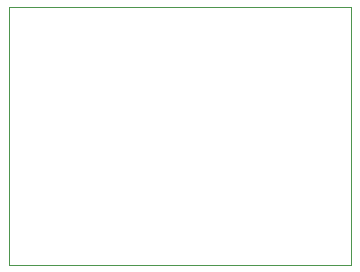
<source format=gm1>
%TF.GenerationSoftware,KiCad,Pcbnew,(6.0.9)*%
%TF.CreationDate,2023-09-05T16:32:31-05:00*%
%TF.ProjectId,Pulse_Temp,50756c73-655f-4546-956d-702e6b696361,rev?*%
%TF.SameCoordinates,Original*%
%TF.FileFunction,Profile,NP*%
%FSLAX46Y46*%
G04 Gerber Fmt 4.6, Leading zero omitted, Abs format (unit mm)*
G04 Created by KiCad (PCBNEW (6.0.9)) date 2023-09-05 16:32:31*
%MOMM*%
%LPD*%
G01*
G04 APERTURE LIST*
%TA.AperFunction,Profile*%
%ADD10C,0.100000*%
%TD*%
G04 APERTURE END LIST*
D10*
X182372000Y-92456000D02*
X153416000Y-92456000D01*
X153416000Y-70612000D01*
X182372000Y-70612000D01*
X182372000Y-92456000D01*
M02*

</source>
